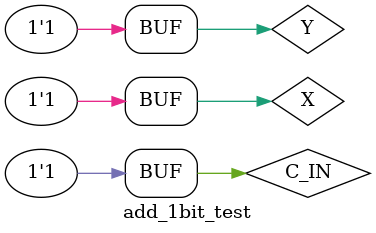
<source format=v>
`timescale 1ns / 1ps


module add_1bit_test;

	// Inputs
	reg X;
	reg Y;
	reg C_IN;

	// Outputs
	wire Z;
	wire C_OUT;

	// Instantiate the Unit Under Test (UUT)
	add_1bit uut (
		.X(X), 
		.Y(Y), 
		.C_IN(C_IN), 
		.Z(Z), 
		.C_OUT(C_OUT)
	);

	initial begin
		// Initialize Inputs
		X = 0;
		Y = 0;
		C_IN = 0;

		// Wait 100 ns for global reset to finish
      X = 0; Y = 0; C_IN = 0; #100;
      X = 0; Y = 1; C_IN = 0; #100;
      X = 0; Y = 0; C_IN = 1; #100;
      X = 0; Y = 1; C_IN = 1; #100;
      X = 1; Y = 0; C_IN = 0; #100;
      X = 1; Y = 0; C_IN = 1; #100;
      X = 1; Y = 1; C_IN = 0; #100;
      X = 1; Y = 1; C_IN = 1; #100;
        
		// Add stimulus here

	end
      
endmodule


</source>
